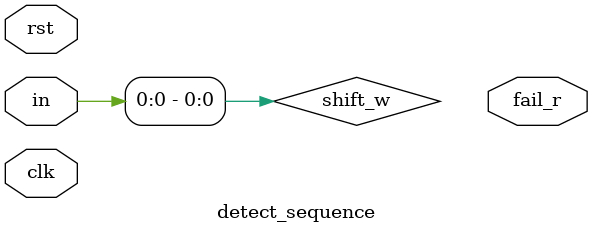
<source format=sv>

module detect_sequence (

   //======================================================================== //
   //                                                                         //
   // Misc.                                                                   //
   //                                                                         //
   //======================================================================== //

     input                                   clk
   , input                                   rst

   //======================================================================== //
   //                                                                         //
   // I/O                                                                     //
   //                                                                         //
   //======================================================================== //

   , input                                   in
   //
   , output logic                            fail_r
);

  localparam int W = 8;
  typedef logic [W-1:0] w_t;

  localparam w_t SEQUENCE = 'b10011010;

  typedef enum logic [3:0] {  STATE_S0  = 4'b0000,
                              STATE_S1  = 4'b0001,
                              STATE_S2  = 4'b0010,
                              STATE_S3  = 4'b0011,
                              STATE_S4  = 4'b0100,
                              STATE_S5  = 4'b0101,
                              STATE_S6  = 4'b0110,
                              STATE_S7  = 4'b0111,
                              STATE_S8  = 4'b1000,
                              STATE_SX  = 4'b1111
                            } fsm_t;

  //
  w_t               shift_w;
  w_t               shift_r;
  //
  fsm_t             fsm_w;
  fsm_t             fsm_r;
  //
  logic             detect_fsm;
  logic             detect_shift;
  //
  logic             fail_w;

  // 10001010

// FSM
// SHIFT REGISTER


  // ------------------------------------------------------------------------ //
  //
  always_comb
    begin : fsm_PROC

`define TRANSITION(S, S_A, S_B)\
      STATE_S``S: fsm_w = (~in) ? STATE_S``S_A : STATE_S``S_B

      // 76543210
      // 10001010
      case (fsm_r)//   0  1
        `TRANSITION(0, 0, 1); // 1
        `TRANSITION(1, 2, 1); // 0
        `TRANSITION(2, 3, 1); // 0
        `TRANSITION(3, 0, 4); // 1
        `TRANSITION(4, 2, 5); // 1
        `TRANSITION(5, 6, 1); // 0
        `TRANSITION(6, 3, 7); // 1
        `TRANSITION(7, 8, 1); // 0
        `TRANSITION(8, 0, 1);
        default: fsm_w = fsm_r;
      endcase // case (fsm_r)
`undef TRANSITION

      //
      detect_fsm = (fsm_r == STATE_S8);

    end // block: fsm_PROC


  // ------------------------------------------------------------------------ //
  //
  always_comb
    begin : shift_reg_PROC

      //
      shift_w       = { shift_r [W-2:0], in };

      //
      detect_shift  = (shift_r == SEQUENCE);

    end // block: shift_reg_PROC


  // ------------------------------------------------------------------------ //
  //
  always_comb fail_w = (detect_fsm ^ detect_shift);

  // ======================================================================== //
  //                                                                          //
  // Flops                                                                    //
  //                                                                          //
  // ======================================================================== //

  // ------------------------------------------------------------------------ //
  //
  always_ff @(posedge clk)
    fsm_r <= rst ? STATE_S0 : fsm_w;

  // ------------------------------------------------------------------------ //
  //
  always_ff @(posedge clk)
    shift_r <= rst ? '0 : shift_w;

endmodule // detect_sequence

</source>
